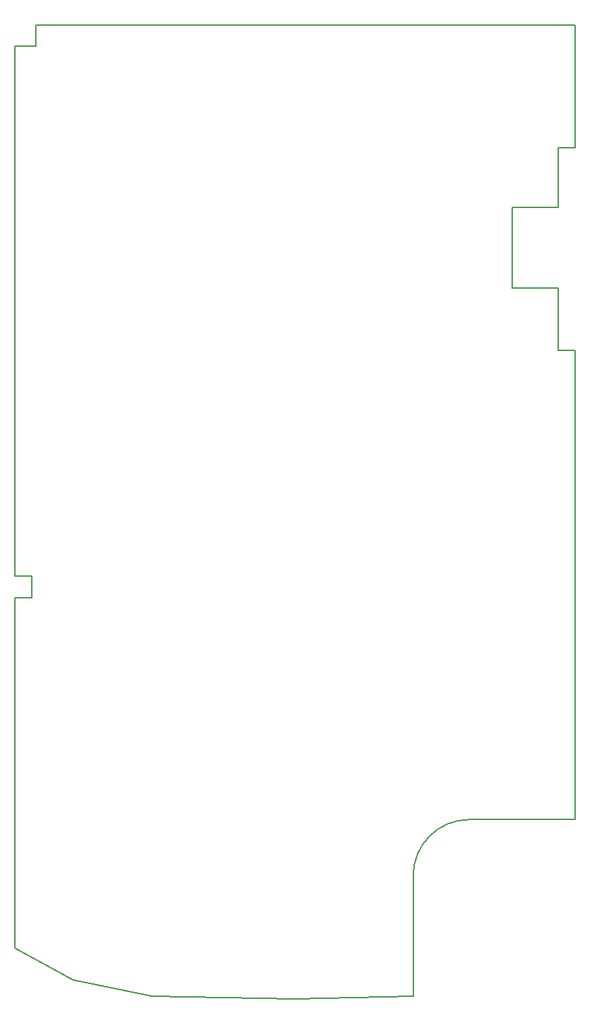
<source format=gbr>
%TF.GenerationSoftware,KiCad,Pcbnew,8.0.5*%
%TF.CreationDate,2024-11-18T11:08:30+00:00*%
%TF.ProjectId,gbc_retrozero_combined,6762635f-7265-4747-926f-7a65726f5f63,rev?*%
%TF.SameCoordinates,Original*%
%TF.FileFunction,Profile,NP*%
%FSLAX46Y46*%
G04 Gerber Fmt 4.6, Leading zero omitted, Abs format (unit mm)*
G04 Created by KiCad (PCBNEW 8.0.5) date 2024-11-18 11:08:30*
%MOMM*%
%LPD*%
G01*
G04 APERTURE LIST*
%TA.AperFunction,Profile*%
%ADD10C,0.150000*%
%TD*%
%TA.AperFunction,Profile*%
%ADD11C,0.200000*%
%TD*%
G04 APERTURE END LIST*
D10*
X179647000Y-67215160D02*
X179647000Y-51924360D01*
X159396000Y-158189380D02*
X159396000Y-173276980D01*
X175537280Y-74677680D02*
X177518480Y-74677680D01*
X109530000Y-116705080D02*
X109530000Y-120769080D01*
X179647000Y-116740080D02*
X179647000Y-92584680D01*
X171783160Y-84812280D02*
X171783160Y-74677680D01*
X175532200Y-84812280D02*
X171788240Y-84812280D01*
X177518480Y-74677680D02*
X177518480Y-67210080D01*
X116832500Y-171251580D02*
X126738500Y-173220080D01*
X177518480Y-67210080D02*
X179652080Y-67210080D01*
X112215080Y-51919280D02*
X179652080Y-51919280D01*
X109548080Y-54586280D02*
X112215080Y-54586280D01*
X166431800Y-151178980D02*
X179677900Y-151178980D01*
X177518480Y-92584680D02*
X179652080Y-92584680D01*
X109543000Y-54586280D02*
X109543000Y-116735000D01*
X109530000Y-167251080D02*
X116832500Y-171251580D01*
D11*
X111689000Y-120769080D02*
X111689000Y-123436080D01*
D10*
X175522040Y-74677680D02*
X171778080Y-74677680D01*
X109530000Y-123436080D02*
X109530000Y-167251080D01*
X126738500Y-173220080D02*
X144582000Y-173601080D01*
X159396000Y-158202080D02*
G75*
G02*
X166419100Y-151179000I7023100J-20D01*
G01*
X111689000Y-120769080D02*
X109530000Y-120769080D01*
X179639800Y-116698480D02*
X179639800Y-151178980D01*
X177518480Y-84812280D02*
X177518480Y-92584680D01*
X175537280Y-84812280D02*
X177518480Y-84812280D01*
X112215080Y-54586280D02*
X112215080Y-51919280D01*
X144587800Y-173594480D02*
X159370600Y-173276980D01*
X111689000Y-123436080D02*
X109530000Y-123436080D01*
M02*

</source>
